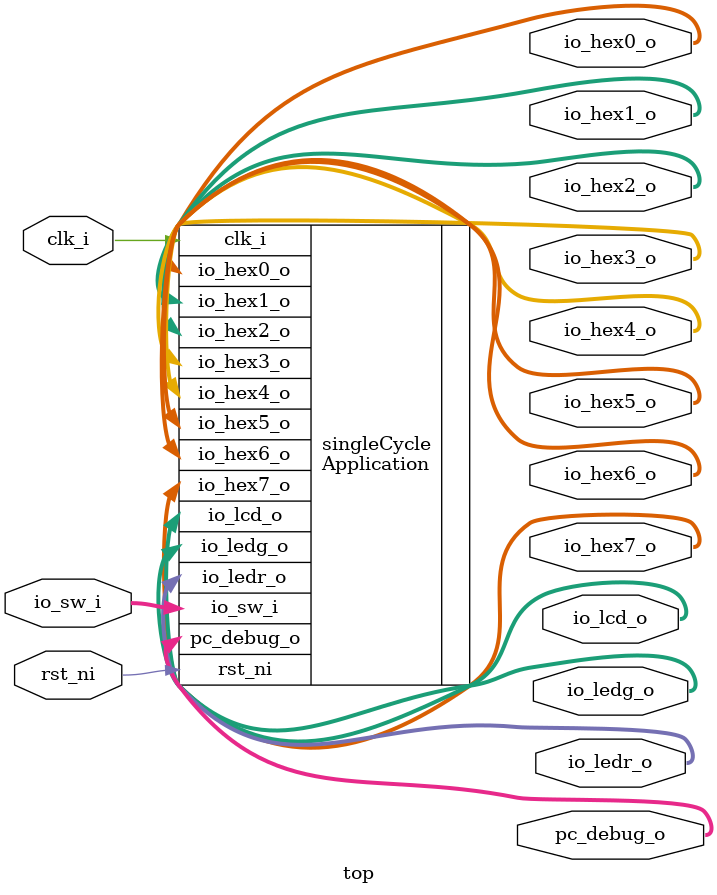
<source format=sv>
module top
(
  // Peripheral
  input logic[17:0] io_sw_i,  
  	output logic[11:0] io_lcd_o,
     output logic[7:0]	io_ledg_o,
  	output logic[17:0]io_ledr_o,
  	output logic[6:0] io_hex0_o,
  							io_hex1_o,
  							io_hex2_o,
  							io_hex3_o,
  							io_hex4_o,
  							io_hex5_o,
  							io_hex6_o,
  							io_hex7_o,
  	output logic[31:0]pc_debug_o,
  	input logic clk_i,rst_ni // << clock gắn key0 
);

  Application singleCycle (
    .io_sw_i   (io_sw_i   ),
    .io_lcd_o  (io_lcd_o  ),
    .io_ledg_o (io_ledg_o ),
    .io_ledr_o (io_ledr_o ),
    .io_hex0_o (io_hex0_o ),
    .io_hex1_o (io_hex1_o ),
    .io_hex2_o (io_hex2_o ),
    .io_hex3_o (io_hex3_o ),
    .io_hex4_o (io_hex4_o ),
    .io_hex5_o (io_hex5_o ),
    .io_hex6_o (io_hex6_o ),
    .io_hex7_o (io_hex7_o ),
    .pc_debug_o(pc_debug_o),
    .clk_i     (clk_i     ),
    .rst_ni    (rst_ni    )
  );

endmodule : top

</source>
